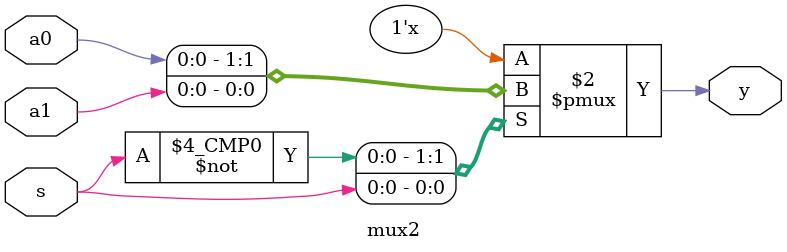
<source format=v>
`timescale 1ns/1ps

module mux2(a0,a1,s,y);

input s, a0, a1;
output y;
reg y;


always @ (a0 or a1 or s) begin
  case (s)
    1'b0: y = a0;
    1'b1: y = a1;
  endcase
end
endmodule



</source>
